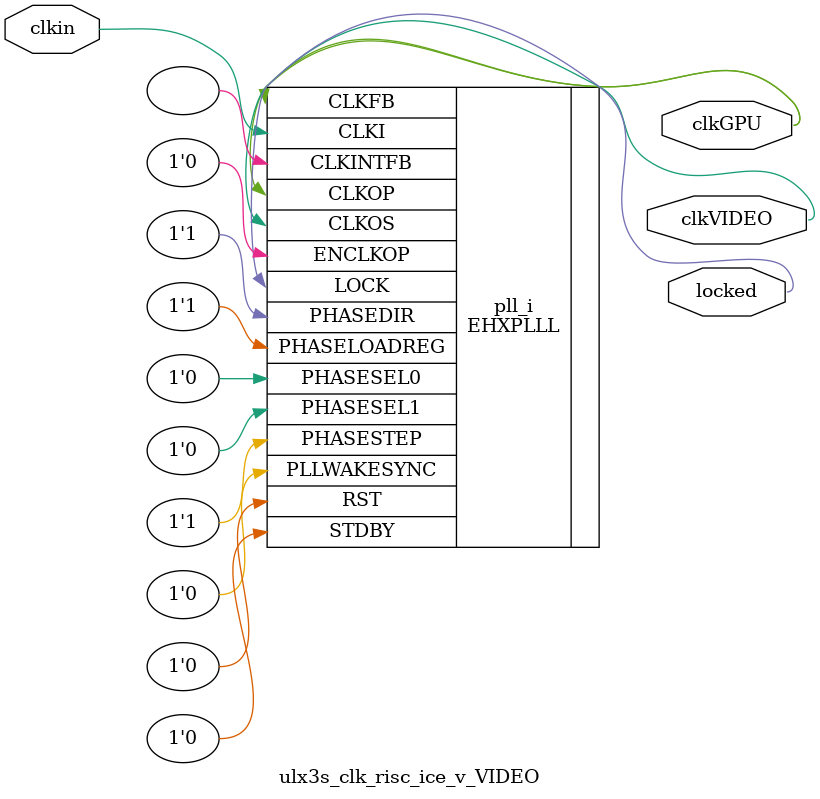
<source format=v>
module ulx3s_clk_risc_ice_v_VIDEO
(
    input clkin,                // 25 MHz, 0 deg
    output  clkGPU,             // 50 MHz, 0 deg        // GPU CLOCK ( if used )
    output  clkVIDEO,           // 25 MHz, 0 deg        // 25MHz VIDEO CLOCK ( if used )
    output  locked
);
(* FREQUENCY_PIN_CLKI="25" *)
(* FREQUENCY_PIN_CLKOP="50" *)
(* FREQUENCY_PIN_CLKOS="25" *)
(* FREQUENCY_PIN_CLKOS2="50" *)
(* FREQUENCY_PIN_CLKOS3="50" *)
(* ICP_CURRENT="12" *) (* LPF_RESISTOR="8" *) (* MFG_ENABLE_FILTEROPAMP="1" *) (* MFG_GMCREF_SEL="2" *)
EHXPLLL #(
        .PLLRST_ENA("DISABLED"),
        .INTFB_WAKE("DISABLED"),
        .STDBY_ENABLE("DISABLED"),
        .DPHASE_SOURCE("DISABLED"),
        .OUTDIVIDER_MUXA("DIVA"),
        .OUTDIVIDER_MUXB("DIVB"),
        .OUTDIVIDER_MUXC("DIVC"),
        .OUTDIVIDER_MUXD("DIVD"),
        .CLKI_DIV(1),
        .CLKOP_ENABLE("ENABLED"),
        .CLKOP_DIV(12),
        .CLKOP_CPHASE(5),
        .CLKOP_FPHASE(0),
        .CLKOS_ENABLE("ENABLED"),
        .CLKOS_DIV(24),
        .CLKOS_CPHASE(5),
        .CLKOS_FPHASE(0),
        .FEEDBK_PATH("CLKOP"),
        .CLKFB_DIV(2)
    ) pll_i (
        .RST(1'b0),
        .STDBY(1'b0),
        .CLKI(clkin),
        .CLKOP(clkGPU),
        .CLKOS(clkVIDEO),
        .CLKFB(clkGPU),
        .CLKINTFB(),
        .PHASESEL0(1'b0),
        .PHASESEL1(1'b0),
        .PHASEDIR(1'b1),
        .PHASESTEP(1'b1),
        .PHASELOADREG(1'b1),
        .PLLWAKESYNC(1'b0),
        .ENCLKOP(1'b0),
        .LOCK(locked)
	);
endmodule

</source>
